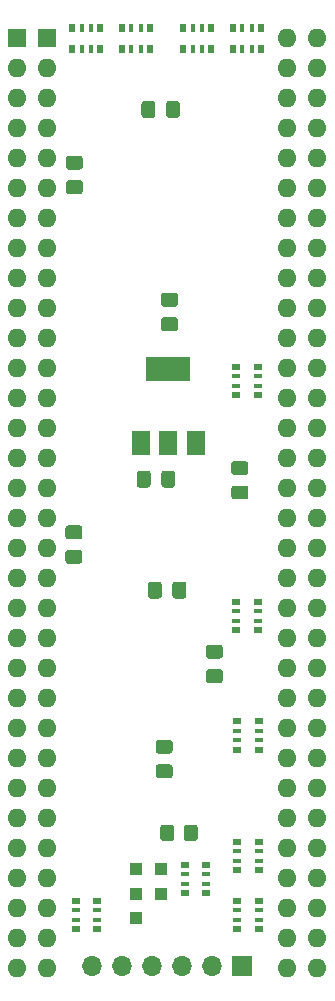
<source format=gbr>
%TF.GenerationSoftware,KiCad,Pcbnew,(5.1.10-1-10_14)*%
%TF.CreationDate,2022-03-12T11:50:30+00:00*%
%TF.ProjectId,altram_68k_r2,616c7472-616d-45f3-9638-6b5f72322e6b,2*%
%TF.SameCoordinates,Original*%
%TF.FileFunction,Soldermask,Bot*%
%TF.FilePolarity,Negative*%
%FSLAX46Y46*%
G04 Gerber Fmt 4.6, Leading zero omitted, Abs format (unit mm)*
G04 Created by KiCad (PCBNEW (5.1.10-1-10_14)) date 2022-03-12 11:50:30*
%MOMM*%
%LPD*%
G01*
G04 APERTURE LIST*
%ADD10R,1.500000X2.000000*%
%ADD11R,3.800000X2.000000*%
%ADD12R,0.800000X0.500000*%
%ADD13R,0.800000X0.400000*%
%ADD14O,1.600000X1.600000*%
%ADD15R,1.600000X1.600000*%
%ADD16R,1.000000X1.000000*%
%ADD17O,1.700000X1.700000*%
%ADD18R,1.700000X1.700000*%
%ADD19R,0.500000X0.800000*%
%ADD20R,0.400000X0.800000*%
G04 APERTURE END LIST*
%TO.C,R1*%
G36*
G01*
X144850000Y-122499999D02*
X144850000Y-123400001D01*
G75*
G02*
X144600001Y-123650000I-249999J0D01*
G01*
X143899999Y-123650000D01*
G75*
G02*
X143650000Y-123400001I0J249999D01*
G01*
X143650000Y-122499999D01*
G75*
G02*
X143899999Y-122250000I249999J0D01*
G01*
X144600001Y-122250000D01*
G75*
G02*
X144850000Y-122499999I0J-249999D01*
G01*
G37*
G36*
G01*
X146850000Y-122499999D02*
X146850000Y-123400001D01*
G75*
G02*
X146600001Y-123650000I-249999J0D01*
G01*
X145899999Y-123650000D01*
G75*
G02*
X145650000Y-123400001I0J249999D01*
G01*
X145650000Y-122499999D01*
G75*
G02*
X145899999Y-122250000I249999J0D01*
G01*
X146600001Y-122250000D01*
G75*
G02*
X146850000Y-122499999I0J-249999D01*
G01*
G37*
%TD*%
D10*
%TO.C,U4*%
X146650000Y-89950000D03*
X142050000Y-89950000D03*
X144350000Y-89950000D03*
D11*
X144350000Y-83650000D03*
%TD*%
D12*
%TO.C,RN11*%
X147550000Y-125650000D03*
D13*
X147550000Y-126450000D03*
D12*
X147550000Y-128050000D03*
D13*
X147550000Y-127250000D03*
D12*
X145750000Y-125650000D03*
D13*
X145750000Y-127250000D03*
X145750000Y-126450000D03*
D12*
X145750000Y-128050000D03*
%TD*%
%TO.C,R2*%
G36*
G01*
X135925000Y-67700000D02*
X136875000Y-67700000D01*
G75*
G02*
X137125000Y-67950000I0J-250000D01*
G01*
X137125000Y-68625000D01*
G75*
G02*
X136875000Y-68875000I-250000J0D01*
G01*
X135925000Y-68875000D01*
G75*
G02*
X135675000Y-68625000I0J250000D01*
G01*
X135675000Y-67950000D01*
G75*
G02*
X135925000Y-67700000I250000J0D01*
G01*
G37*
G36*
G01*
X135925000Y-65625000D02*
X136875000Y-65625000D01*
G75*
G02*
X137125000Y-65875000I0J-250000D01*
G01*
X137125000Y-66550000D01*
G75*
G02*
X136875000Y-66800000I-250000J0D01*
G01*
X135925000Y-66800000D01*
G75*
G02*
X135675000Y-66550000I0J250000D01*
G01*
X135675000Y-65875000D01*
G75*
G02*
X135925000Y-65625000I250000J0D01*
G01*
G37*
%TD*%
D14*
%TO.C,U1*%
X154432000Y-55626000D03*
X131572000Y-134366000D03*
X154432000Y-58166000D03*
X131572000Y-131826000D03*
X154432000Y-60706000D03*
X131572000Y-129286000D03*
X154432000Y-63246000D03*
X131572000Y-126746000D03*
X154432000Y-65786000D03*
X131572000Y-124206000D03*
X154432000Y-68326000D03*
X131572000Y-121666000D03*
X154432000Y-70866000D03*
X131572000Y-119126000D03*
X154432000Y-73406000D03*
X131572000Y-116586000D03*
X154432000Y-75946000D03*
X131572000Y-114046000D03*
X154432000Y-78486000D03*
X131572000Y-111506000D03*
X154432000Y-81026000D03*
X131572000Y-108966000D03*
X154432000Y-83566000D03*
X131572000Y-106426000D03*
X154432000Y-86106000D03*
X131572000Y-103886000D03*
X154432000Y-88646000D03*
X131572000Y-101346000D03*
X154432000Y-91186000D03*
X131572000Y-98806000D03*
X154432000Y-93726000D03*
X131572000Y-96266000D03*
X154432000Y-96266000D03*
X131572000Y-93726000D03*
X154432000Y-98806000D03*
X131572000Y-91186000D03*
X154432000Y-101346000D03*
X131572000Y-88646000D03*
X154432000Y-103886000D03*
X131572000Y-86106000D03*
X154432000Y-106426000D03*
X131572000Y-83566000D03*
X154432000Y-108966000D03*
X131572000Y-81026000D03*
X154432000Y-111506000D03*
X131572000Y-78486000D03*
X154432000Y-114046000D03*
X131572000Y-75946000D03*
X154432000Y-116586000D03*
X131572000Y-73406000D03*
X154432000Y-119126000D03*
X131572000Y-70866000D03*
X154432000Y-121666000D03*
X131572000Y-68326000D03*
X154432000Y-124206000D03*
X131572000Y-65786000D03*
X154432000Y-126746000D03*
X131572000Y-63246000D03*
X154432000Y-129286000D03*
X131572000Y-60706000D03*
X154432000Y-131826000D03*
X131572000Y-58166000D03*
X154432000Y-134366000D03*
D15*
X131572000Y-55626000D03*
%TD*%
D14*
%TO.C,U2*%
X156972000Y-55626000D03*
X134112000Y-134366000D03*
X156972000Y-58166000D03*
X134112000Y-131826000D03*
X156972000Y-60706000D03*
X134112000Y-129286000D03*
X156972000Y-63246000D03*
X134112000Y-126746000D03*
X156972000Y-65786000D03*
X134112000Y-124206000D03*
X156972000Y-68326000D03*
X134112000Y-121666000D03*
X156972000Y-70866000D03*
X134112000Y-119126000D03*
X156972000Y-73406000D03*
X134112000Y-116586000D03*
X156972000Y-75946000D03*
X134112000Y-114046000D03*
X156972000Y-78486000D03*
X134112000Y-111506000D03*
X156972000Y-81026000D03*
X134112000Y-108966000D03*
X156972000Y-83566000D03*
X134112000Y-106426000D03*
X156972000Y-86106000D03*
X134112000Y-103886000D03*
X156972000Y-88646000D03*
X134112000Y-101346000D03*
X156972000Y-91186000D03*
X134112000Y-98806000D03*
X156972000Y-93726000D03*
X134112000Y-96266000D03*
X156972000Y-96266000D03*
X134112000Y-93726000D03*
X156972000Y-98806000D03*
X134112000Y-91186000D03*
X156972000Y-101346000D03*
X134112000Y-88646000D03*
X156972000Y-103886000D03*
X134112000Y-86106000D03*
X156972000Y-106426000D03*
X134112000Y-83566000D03*
X156972000Y-108966000D03*
X134112000Y-81026000D03*
X156972000Y-111506000D03*
X134112000Y-78486000D03*
X156972000Y-114046000D03*
X134112000Y-75946000D03*
X156972000Y-116586000D03*
X134112000Y-73406000D03*
X156972000Y-119126000D03*
X134112000Y-70866000D03*
X156972000Y-121666000D03*
X134112000Y-68326000D03*
X156972000Y-124206000D03*
X134112000Y-65786000D03*
X156972000Y-126746000D03*
X134112000Y-63246000D03*
X156972000Y-129286000D03*
X134112000Y-60706000D03*
X156972000Y-131826000D03*
X134112000Y-58166000D03*
X156972000Y-134366000D03*
D15*
X134112000Y-55626000D03*
%TD*%
D12*
%TO.C,RN10*%
X151900000Y-83500000D03*
D13*
X151900000Y-84300000D03*
D12*
X151900000Y-85900000D03*
D13*
X151900000Y-85100000D03*
D12*
X150100000Y-83500000D03*
D13*
X150100000Y-85100000D03*
X150100000Y-84300000D03*
D12*
X150100000Y-85900000D03*
%TD*%
%TO.C,RN9*%
X151900000Y-103400000D03*
D13*
X151900000Y-104200000D03*
D12*
X151900000Y-105800000D03*
D13*
X151900000Y-105000000D03*
D12*
X150100000Y-103400000D03*
D13*
X150100000Y-105000000D03*
X150100000Y-104200000D03*
D12*
X150100000Y-105800000D03*
%TD*%
%TO.C,RN8*%
X152000000Y-113500000D03*
D13*
X152000000Y-114300000D03*
D12*
X152000000Y-115900000D03*
D13*
X152000000Y-115100000D03*
D12*
X150200000Y-113500000D03*
D13*
X150200000Y-115100000D03*
X150200000Y-114300000D03*
D12*
X150200000Y-115900000D03*
%TD*%
%TO.C,RN7*%
X152000000Y-123700000D03*
D13*
X152000000Y-124500000D03*
D12*
X152000000Y-126100000D03*
D13*
X152000000Y-125300000D03*
D12*
X150200000Y-123700000D03*
D13*
X150200000Y-125300000D03*
X150200000Y-124500000D03*
D12*
X150200000Y-126100000D03*
%TD*%
%TO.C,RN6*%
X152000000Y-128700000D03*
D13*
X152000000Y-129500000D03*
D12*
X152000000Y-131100000D03*
D13*
X152000000Y-130300000D03*
D12*
X150200000Y-128700000D03*
D13*
X150200000Y-130300000D03*
X150200000Y-129500000D03*
D12*
X150200000Y-131100000D03*
%TD*%
%TO.C,RN5*%
X136500000Y-131100000D03*
D13*
X136500000Y-130300000D03*
D12*
X136500000Y-128700000D03*
D13*
X136500000Y-129500000D03*
D12*
X138300000Y-131100000D03*
D13*
X138300000Y-129500000D03*
X138300000Y-130300000D03*
D12*
X138300000Y-128700000D03*
%TD*%
D16*
%TO.C,TP5*%
X143700000Y-128100000D03*
%TD*%
%TO.C,TP4*%
X143700000Y-126000000D03*
%TD*%
%TO.C,TP3*%
X141650000Y-126000000D03*
%TD*%
%TO.C,TP2*%
X141650000Y-128100000D03*
%TD*%
%TO.C,TP1*%
X141650000Y-130200000D03*
%TD*%
%TO.C,C10*%
G36*
G01*
X143800000Y-101925000D02*
X143800000Y-102875000D01*
G75*
G02*
X143550000Y-103125000I-250000J0D01*
G01*
X142875000Y-103125000D01*
G75*
G02*
X142625000Y-102875000I0J250000D01*
G01*
X142625000Y-101925000D01*
G75*
G02*
X142875000Y-101675000I250000J0D01*
G01*
X143550000Y-101675000D01*
G75*
G02*
X143800000Y-101925000I0J-250000D01*
G01*
G37*
G36*
G01*
X145875000Y-101925000D02*
X145875000Y-102875000D01*
G75*
G02*
X145625000Y-103125000I-250000J0D01*
G01*
X144950000Y-103125000D01*
G75*
G02*
X144700000Y-102875000I0J250000D01*
G01*
X144700000Y-101925000D01*
G75*
G02*
X144950000Y-101675000I250000J0D01*
G01*
X145625000Y-101675000D01*
G75*
G02*
X145875000Y-101925000I0J-250000D01*
G01*
G37*
%TD*%
%TO.C,C9*%
G36*
G01*
X147775000Y-109100000D02*
X148725000Y-109100000D01*
G75*
G02*
X148975000Y-109350000I0J-250000D01*
G01*
X148975000Y-110025000D01*
G75*
G02*
X148725000Y-110275000I-250000J0D01*
G01*
X147775000Y-110275000D01*
G75*
G02*
X147525000Y-110025000I0J250000D01*
G01*
X147525000Y-109350000D01*
G75*
G02*
X147775000Y-109100000I250000J0D01*
G01*
G37*
G36*
G01*
X147775000Y-107025000D02*
X148725000Y-107025000D01*
G75*
G02*
X148975000Y-107275000I0J-250000D01*
G01*
X148975000Y-107950000D01*
G75*
G02*
X148725000Y-108200000I-250000J0D01*
G01*
X147775000Y-108200000D01*
G75*
G02*
X147525000Y-107950000I0J250000D01*
G01*
X147525000Y-107275000D01*
G75*
G02*
X147775000Y-107025000I250000J0D01*
G01*
G37*
%TD*%
%TO.C,C8*%
G36*
G01*
X143750000Y-93475000D02*
X143750000Y-92525000D01*
G75*
G02*
X144000000Y-92275000I250000J0D01*
G01*
X144675000Y-92275000D01*
G75*
G02*
X144925000Y-92525000I0J-250000D01*
G01*
X144925000Y-93475000D01*
G75*
G02*
X144675000Y-93725000I-250000J0D01*
G01*
X144000000Y-93725000D01*
G75*
G02*
X143750000Y-93475000I0J250000D01*
G01*
G37*
G36*
G01*
X141675000Y-93475000D02*
X141675000Y-92525000D01*
G75*
G02*
X141925000Y-92275000I250000J0D01*
G01*
X142600000Y-92275000D01*
G75*
G02*
X142850000Y-92525000I0J-250000D01*
G01*
X142850000Y-93475000D01*
G75*
G02*
X142600000Y-93725000I-250000J0D01*
G01*
X141925000Y-93725000D01*
G75*
G02*
X141675000Y-93475000I0J250000D01*
G01*
G37*
%TD*%
%TO.C,C7*%
G36*
G01*
X144475000Y-116250000D02*
X143525000Y-116250000D01*
G75*
G02*
X143275000Y-116000000I0J250000D01*
G01*
X143275000Y-115325000D01*
G75*
G02*
X143525000Y-115075000I250000J0D01*
G01*
X144475000Y-115075000D01*
G75*
G02*
X144725000Y-115325000I0J-250000D01*
G01*
X144725000Y-116000000D01*
G75*
G02*
X144475000Y-116250000I-250000J0D01*
G01*
G37*
G36*
G01*
X144475000Y-118325000D02*
X143525000Y-118325000D01*
G75*
G02*
X143275000Y-118075000I0J250000D01*
G01*
X143275000Y-117400000D01*
G75*
G02*
X143525000Y-117150000I250000J0D01*
G01*
X144475000Y-117150000D01*
G75*
G02*
X144725000Y-117400000I0J-250000D01*
G01*
X144725000Y-118075000D01*
G75*
G02*
X144475000Y-118325000I-250000J0D01*
G01*
G37*
%TD*%
%TO.C,C5*%
G36*
G01*
X135875000Y-99000000D02*
X136825000Y-99000000D01*
G75*
G02*
X137075000Y-99250000I0J-250000D01*
G01*
X137075000Y-99925000D01*
G75*
G02*
X136825000Y-100175000I-250000J0D01*
G01*
X135875000Y-100175000D01*
G75*
G02*
X135625000Y-99925000I0J250000D01*
G01*
X135625000Y-99250000D01*
G75*
G02*
X135875000Y-99000000I250000J0D01*
G01*
G37*
G36*
G01*
X135875000Y-96925000D02*
X136825000Y-96925000D01*
G75*
G02*
X137075000Y-97175000I0J-250000D01*
G01*
X137075000Y-97850000D01*
G75*
G02*
X136825000Y-98100000I-250000J0D01*
G01*
X135875000Y-98100000D01*
G75*
G02*
X135625000Y-97850000I0J250000D01*
G01*
X135625000Y-97175000D01*
G75*
G02*
X135875000Y-96925000I250000J0D01*
G01*
G37*
%TD*%
%TO.C,C4*%
G36*
G01*
X150875000Y-92650000D02*
X149925000Y-92650000D01*
G75*
G02*
X149675000Y-92400000I0J250000D01*
G01*
X149675000Y-91725000D01*
G75*
G02*
X149925000Y-91475000I250000J0D01*
G01*
X150875000Y-91475000D01*
G75*
G02*
X151125000Y-91725000I0J-250000D01*
G01*
X151125000Y-92400000D01*
G75*
G02*
X150875000Y-92650000I-250000J0D01*
G01*
G37*
G36*
G01*
X150875000Y-94725000D02*
X149925000Y-94725000D01*
G75*
G02*
X149675000Y-94475000I0J250000D01*
G01*
X149675000Y-93800000D01*
G75*
G02*
X149925000Y-93550000I250000J0D01*
G01*
X150875000Y-93550000D01*
G75*
G02*
X151125000Y-93800000I0J-250000D01*
G01*
X151125000Y-94475000D01*
G75*
G02*
X150875000Y-94725000I-250000J0D01*
G01*
G37*
%TD*%
D17*
%TO.C,J1*%
X137900000Y-134200000D03*
X140440000Y-134200000D03*
X142980000Y-134200000D03*
X145520000Y-134200000D03*
X148060000Y-134200000D03*
D18*
X150600000Y-134200000D03*
%TD*%
%TO.C,C3*%
G36*
G01*
X144925000Y-78400000D02*
X143975000Y-78400000D01*
G75*
G02*
X143725000Y-78150000I0J250000D01*
G01*
X143725000Y-77475000D01*
G75*
G02*
X143975000Y-77225000I250000J0D01*
G01*
X144925000Y-77225000D01*
G75*
G02*
X145175000Y-77475000I0J-250000D01*
G01*
X145175000Y-78150000D01*
G75*
G02*
X144925000Y-78400000I-250000J0D01*
G01*
G37*
G36*
G01*
X144925000Y-80475000D02*
X143975000Y-80475000D01*
G75*
G02*
X143725000Y-80225000I0J250000D01*
G01*
X143725000Y-79550000D01*
G75*
G02*
X143975000Y-79300000I250000J0D01*
G01*
X144925000Y-79300000D01*
G75*
G02*
X145175000Y-79550000I0J-250000D01*
G01*
X145175000Y-80225000D01*
G75*
G02*
X144925000Y-80475000I-250000J0D01*
G01*
G37*
%TD*%
%TO.C,C1*%
G36*
G01*
X143250000Y-61225000D02*
X143250000Y-62175000D01*
G75*
G02*
X143000000Y-62425000I-250000J0D01*
G01*
X142325000Y-62425000D01*
G75*
G02*
X142075000Y-62175000I0J250000D01*
G01*
X142075000Y-61225000D01*
G75*
G02*
X142325000Y-60975000I250000J0D01*
G01*
X143000000Y-60975000D01*
G75*
G02*
X143250000Y-61225000I0J-250000D01*
G01*
G37*
G36*
G01*
X145325000Y-61225000D02*
X145325000Y-62175000D01*
G75*
G02*
X145075000Y-62425000I-250000J0D01*
G01*
X144400000Y-62425000D01*
G75*
G02*
X144150000Y-62175000I0J250000D01*
G01*
X144150000Y-61225000D01*
G75*
G02*
X144400000Y-60975000I250000J0D01*
G01*
X145075000Y-60975000D01*
G75*
G02*
X145325000Y-61225000I0J-250000D01*
G01*
G37*
%TD*%
D19*
%TO.C,RN4*%
X136200000Y-54800000D03*
D20*
X137000000Y-54800000D03*
D19*
X138600000Y-54800000D03*
D20*
X137800000Y-54800000D03*
D19*
X136200000Y-56600000D03*
D20*
X137800000Y-56600000D03*
X137000000Y-56600000D03*
D19*
X138600000Y-56600000D03*
%TD*%
%TO.C,RN3*%
X140400000Y-54800000D03*
D20*
X141200000Y-54800000D03*
D19*
X142800000Y-54800000D03*
D20*
X142000000Y-54800000D03*
D19*
X140400000Y-56600000D03*
D20*
X142000000Y-56600000D03*
X141200000Y-56600000D03*
D19*
X142800000Y-56600000D03*
%TD*%
%TO.C,RN2*%
X145600000Y-54800000D03*
D20*
X146400000Y-54800000D03*
D19*
X148000000Y-54800000D03*
D20*
X147200000Y-54800000D03*
D19*
X145600000Y-56600000D03*
D20*
X147200000Y-56600000D03*
X146400000Y-56600000D03*
D19*
X148000000Y-56600000D03*
%TD*%
%TO.C,RN1*%
X152200000Y-56600000D03*
D20*
X150600000Y-56600000D03*
X151400000Y-56600000D03*
D19*
X149800000Y-56600000D03*
D20*
X151400000Y-54800000D03*
D19*
X152200000Y-54800000D03*
D20*
X150600000Y-54800000D03*
D19*
X149800000Y-54800000D03*
%TD*%
M02*

</source>
